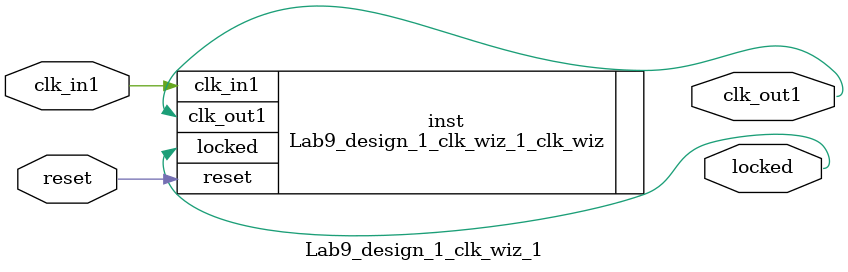
<source format=v>


`timescale 1ps/1ps

(* CORE_GENERATION_INFO = "Lab9_design_1_clk_wiz_1,clk_wiz_v6_0_9_0_0,{component_name=Lab9_design_1_clk_wiz_1,use_phase_alignment=true,use_min_o_jitter=false,use_max_i_jitter=false,use_dyn_phase_shift=false,use_inclk_switchover=false,use_dyn_reconfig=false,enable_axi=0,feedback_source=FDBK_AUTO,PRIMITIVE=MMCM,num_out_clk=1,clkin1_period=8.000,clkin2_period=10.000,use_power_down=false,use_reset=true,use_locked=true,use_inclk_stopped=false,feedback_type=SINGLE,CLOCK_MGR_TYPE=NA,manual_override=false}" *)

module Lab9_design_1_clk_wiz_1 
 (
  // Clock out ports
  output        clk_out1,
  // Status and control signals
  input         reset,
  output        locked,
 // Clock in ports
  input         clk_in1
 );

  Lab9_design_1_clk_wiz_1_clk_wiz inst
  (
  // Clock out ports  
  .clk_out1(clk_out1),
  // Status and control signals               
  .reset(reset), 
  .locked(locked),
 // Clock in ports
  .clk_in1(clk_in1)
  );

endmodule

</source>
